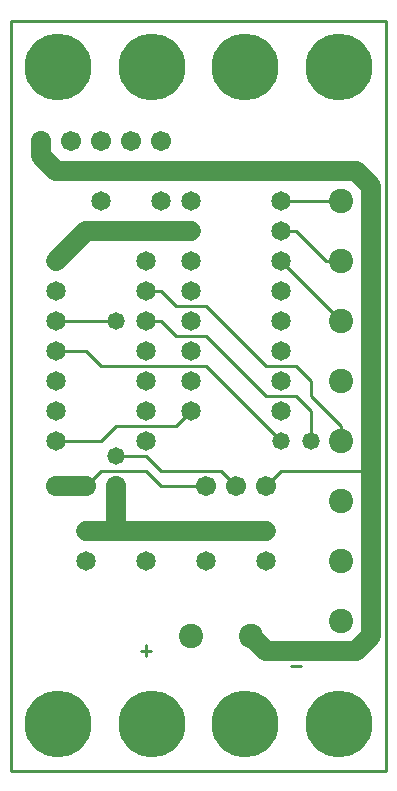
<source format=gtl>
%MOIN*%
%FSLAX25Y25*%
G04 D10 used for Character Trace; *
G04     Circle (OD=.01000) (No hole)*
G04 D11 used for Power Trace; *
G04     Circle (OD=.06700) (No hole)*
G04 D12 used for Signal Trace; *
G04     Circle (OD=.01100) (No hole)*
G04 D13 used for Via; *
G04     Circle (OD=.05800) (Round. Hole ID=.02800)*
G04 D14 used for Component hole; *
G04     Circle (OD=.06500) (Round. Hole ID=.03500)*
G04 D15 used for Component hole; *
G04     Circle (OD=.06700) (Round. Hole ID=.04300)*
G04 D16 used for Component hole; *
G04     Circle (OD=.08100) (Round. Hole ID=.05100)*
G04 D17 used for Component hole; *
G04     Circle (OD=.08900) (Round. Hole ID=.05900)*
G04 D18 used for Component hole; *
G04     Circle (OD=.11300) (Round. Hole ID=.08300)*
G04 D19 used for Component hole; *
G04     Circle (OD=.16000) (Round. Hole ID=.13000)*
G04 D20 used for Component hole; *
G04     Circle (OD=.18300) (Round. Hole ID=.15300)*
G04 D21 used for Component hole; *
G04     Circle (OD=.22291) (Round. Hole ID=.19291)*
%ADD10C,.01000*%
%ADD11C,.06700*%
%ADD12C,.01100*%
%ADD13C,.05800*%
%ADD14C,.06500*%
%ADD15C,.06700*%
%ADD16C,.08100*%
%ADD17C,.08900*%
%ADD18C,.11300*%
%ADD19C,.16000*%
%ADD20C,.18300*%
%ADD21C,.22291*%
%IPPOS*%
%LPD*%
G90*X0Y0D02*D21*X15625Y15625D03*X46875D03*D10*    
X43326Y40000D02*X46674D01*X45000Y41914D02*        
Y38086D01*D16*X60000Y45000D03*D14*X65000Y70000D03*
X45000D03*X25000D03*X65000Y80000D03*D11*X45000D01*
D14*D03*D11*X35000D01*X25000D01*D14*D03*D11*      
X35000D02*Y95000D01*D15*D03*D12*X25000D02*        
X30000Y100000D01*D15*X25000Y95000D03*D11*         
X15000D01*D15*D03*D12*Y110000D02*X30000D01*D14*   
X15000D03*Y120000D03*D12*X30000Y100000D02*        
X45000D01*X50000Y95000D01*X65000D01*D15*D03*D12*  
X75000D02*X70000Y100000D01*D15*X75000Y95000D03*   
D12*X50000Y100000D02*X70000D01*X50000D02*         
X45000Y105000D01*X35000D01*D13*D03*D12*           
X30000Y110000D02*X35000Y115000D01*X55000D01*      
X60000Y120000D01*D14*D03*Y130000D03*X45000D03*D12*
X90000Y110000D02*X65000Y135000D01*D13*            
X90000Y110000D03*D12*X100000D02*Y120000D01*D13*   
Y110000D03*D14*X90000Y120000D03*D12*              
X85000Y95000D02*X90000Y100000D01*D15*             
X85000Y95000D03*D12*X90000Y100000D02*X120000D01*  
D11*Y45000D01*X115000Y40000D01*X85000D01*         
X80000Y45000D01*D16*D03*D10*X93326Y35000D02*      
X96674D01*D14*X85000Y70000D03*D21*                
X109375Y15625D03*X78125D03*D16*X110000Y50000D03*  
Y70000D03*D14*X85000Y80000D03*D11*X65000D01*D14*  
X45000Y110000D03*D12*X100000Y120000D02*           
X95000Y125000D01*X85000D01*X65000Y145000D01*      
X55000D01*X50000Y150000D01*X45000D01*D14*D03*D12* 
X55000Y155000D02*X50000Y160000D01*                
X55000Y155000D02*X65000D01*X85000Y135000D01*      
X95000D01*X100000Y130000D01*Y125000D01*           
X110000Y115000D01*Y110000D01*D16*D03*D11*         
X120000Y100000D02*Y195000D01*X115000Y200000D01*   
X50000D01*D13*D03*D11*X15000D01*X10000Y205000D01* 
Y210000D01*D15*D03*X20000D03*D14*X30000Y190000D03*
D15*Y210000D03*D21*X15625Y234375D03*D15*          
X40000Y210000D03*D11*X15000Y170000D02*            
X25000Y180000D01*D14*X15000Y170000D03*D11*        
X25000Y180000D02*X60000D01*D14*D03*               
X50000Y190000D03*X60000D03*Y170000D03*X45000D03*  
Y160000D03*D12*X50000D01*D14*X60000Y150000D03*    
Y160000D03*D13*X35000Y150000D03*D12*X15000D01*D14*
D03*D12*X30000Y135000D02*X25000Y140000D01*        
X30000Y135000D02*X65000D01*D14*X60000Y140000D03*  
X45000D03*Y120000D03*X90000Y160000D03*Y130000D03* 
Y140000D03*Y150000D03*Y170000D03*D12*             
X110000Y150000D01*D16*D03*Y170000D03*D12*         
X105000D01*X95000Y180000D01*X90000D01*D14*D03*    
Y190000D03*D12*X110000D01*D16*D03*D21*            
X109375Y234375D03*X78125D03*D15*X50000Y210000D03* 
D12*X125000Y0D02*Y250000D01*X0Y0D02*X125000D01*   
X0D02*Y250000D01*X125000D01*D21*X46875Y234375D03* 
D14*X15000Y140000D03*D12*X25000D01*D14*           
X15000Y130000D03*Y160000D03*D16*X110000Y90000D03* 
Y130000D03*M02*                                   

</source>
